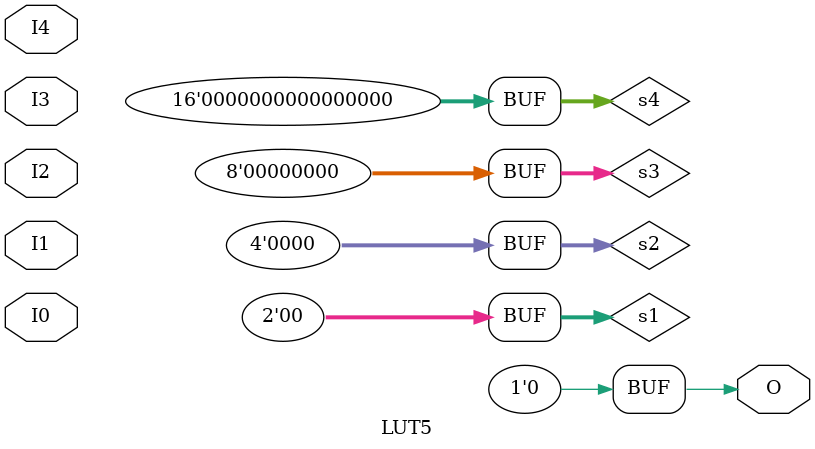
<source format=v>
module LUT5(output O, input I0, I1, I2, I3, I4);
  parameter [31:0] INIT = 0;
  wire [15: 0] s4 = I4 ? INIT[31:16] : INIT[15: 0];
  wire [ 7: 0] s3 = I3 ?   s4[15: 8] :   s4[ 7: 0];
  wire [ 3: 0] s2 = I2 ?   s3[ 7: 4] :   s3[ 3: 0];
  wire [ 1: 0] s1 = I1 ?   s2[ 3: 2] :   s2[ 1: 0];
  assign O = I0 ? s1[1] : s1[0];
  specify
    (I0 => O) = 631;
    (I1 => O) = 472;
    (I2 => O) = 407;
    (I3 => O) = 238;
    (I4 => O) = 127;
  endspecify
endmodule
</source>
